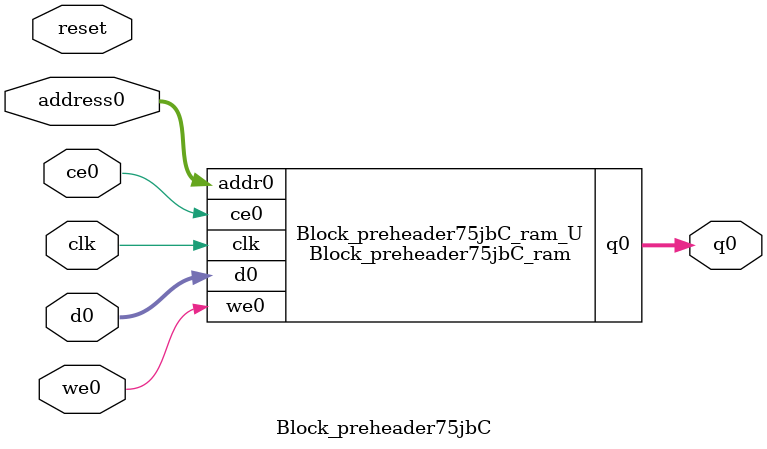
<source format=v>
`timescale 1 ns / 1 ps
module Block_preheader75jbC_ram (addr0, ce0, d0, we0, q0,  clk);

parameter DWIDTH = 5;
parameter AWIDTH = 14;
parameter MEM_SIZE = 13284;

input[AWIDTH-1:0] addr0;
input ce0;
input[DWIDTH-1:0] d0;
input we0;
output reg[DWIDTH-1:0] q0;
input clk;

(* ram_style = "block" *)reg [DWIDTH-1:0] ram[0:MEM_SIZE-1];




always @(posedge clk)  
begin 
    if (ce0) begin
        if (we0) 
            ram[addr0] <= d0; 
        q0 <= ram[addr0];
    end
end


endmodule

`timescale 1 ns / 1 ps
module Block_preheader75jbC(
    reset,
    clk,
    address0,
    ce0,
    we0,
    d0,
    q0);

parameter DataWidth = 32'd5;
parameter AddressRange = 32'd13284;
parameter AddressWidth = 32'd14;
input reset;
input clk;
input[AddressWidth - 1:0] address0;
input ce0;
input we0;
input[DataWidth - 1:0] d0;
output[DataWidth - 1:0] q0;



Block_preheader75jbC_ram Block_preheader75jbC_ram_U(
    .clk( clk ),
    .addr0( address0 ),
    .ce0( ce0 ),
    .we0( we0 ),
    .d0( d0 ),
    .q0( q0 ));

endmodule


</source>
